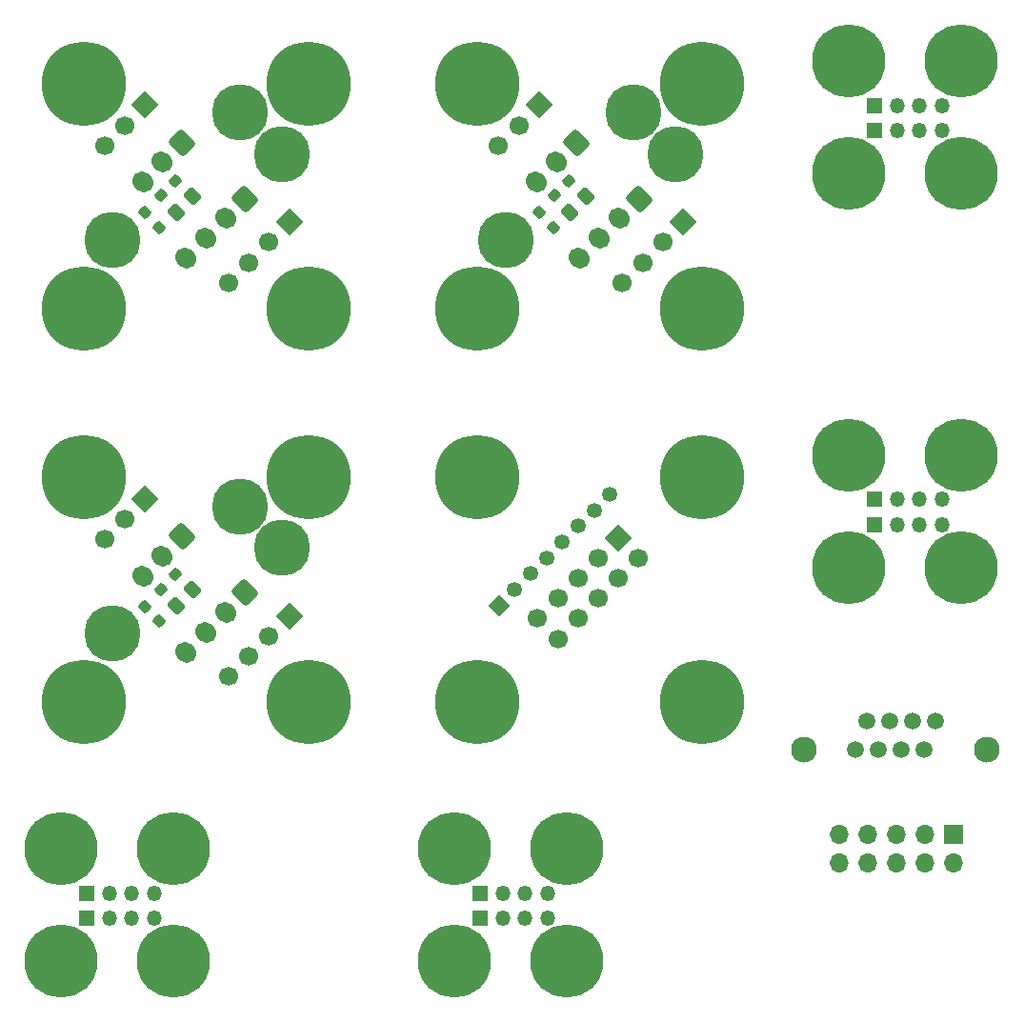
<source format=gbr>
%TF.GenerationSoftware,KiCad,Pcbnew,9.0.0*%
%TF.CreationDate,2025-06-25T09:26:05+09:00*%
%TF.ProjectId,pcb_connectors,7063625f-636f-46e6-9e65-63746f72732e,rev?*%
%TF.SameCoordinates,Original*%
%TF.FileFunction,Soldermask,Top*%
%TF.FilePolarity,Negative*%
%FSLAX46Y46*%
G04 Gerber Fmt 4.6, Leading zero omitted, Abs format (unit mm)*
G04 Created by KiCad (PCBNEW 9.0.0) date 2025-06-25 09:26:05*
%MOMM*%
%LPD*%
G01*
G04 APERTURE LIST*
G04 Aperture macros list*
%AMRoundRect*
0 Rectangle with rounded corners*
0 $1 Rounding radius*
0 $2 $3 $4 $5 $6 $7 $8 $9 X,Y pos of 4 corners*
0 Add a 4 corners polygon primitive as box body*
4,1,4,$2,$3,$4,$5,$6,$7,$8,$9,$2,$3,0*
0 Add four circle primitives for the rounded corners*
1,1,$1+$1,$2,$3*
1,1,$1+$1,$4,$5*
1,1,$1+$1,$6,$7*
1,1,$1+$1,$8,$9*
0 Add four rect primitives between the rounded corners*
20,1,$1+$1,$2,$3,$4,$5,0*
20,1,$1+$1,$4,$5,$6,$7,0*
20,1,$1+$1,$6,$7,$8,$9,0*
20,1,$1+$1,$8,$9,$2,$3,0*%
%AMHorizOval*
0 Thick line with rounded ends*
0 $1 width*
0 $2 $3 position (X,Y) of the first rounded end (center of the circle)*
0 $4 $5 position (X,Y) of the second rounded end (center of the circle)*
0 Add line between two ends*
20,1,$1,$2,$3,$4,$5,0*
0 Add two circle primitives to create the rounded ends*
1,1,$1,$2,$3*
1,1,$1,$4,$5*%
%AMRotRect*
0 Rectangle, with rotation*
0 The origin of the aperture is its center*
0 $1 length*
0 $2 width*
0 $3 Rotation angle, in degrees counterclockwise*
0 Add horizontal line*
21,1,$1,$2,0,0,$3*%
G04 Aperture macros list end*
%ADD10C,6.500000*%
%ADD11C,5.000000*%
%ADD12RoundRect,0.237500X-0.344715X0.008839X0.008839X-0.344715X0.344715X-0.008839X-0.008839X0.344715X0*%
%ADD13C,7.500000*%
%ADD14RoundRect,0.250000X-0.088388X0.548008X-0.548008X0.088388X0.088388X-0.548008X0.548008X-0.088388X0*%
%ADD15RoundRect,0.237500X0.008839X0.344715X-0.344715X-0.008839X-0.008839X-0.344715X0.344715X0.008839X0*%
%ADD16RotRect,1.700000X1.700000X315.000000*%
%ADD17HorizOval,1.700000X0.000000X0.000000X0.000000X0.000000X0*%
%ADD18R,1.350000X1.350000*%
%ADD19O,1.350000X1.350000*%
%ADD20RotRect,1.350000X1.350000X135.000000*%
%ADD21HorizOval,1.350000X0.000000X0.000000X0.000000X0.000000X0*%
%ADD22RoundRect,0.250000X-0.088388X0.936916X-0.936916X0.088388X0.088388X-0.936916X0.936916X-0.088388X0*%
%ADD23HorizOval,1.700000X-0.088388X0.088388X0.088388X-0.088388X0*%
%ADD24RotRect,1.700000X1.700000X135.000000*%
%ADD25HorizOval,1.700000X0.000000X0.000000X0.000000X0.000000X0*%
%ADD26R,1.700000X1.700000*%
%ADD27O,1.700000X1.700000*%
%ADD28C,1.500000*%
%ADD29C,2.300000*%
G04 APERTURE END LIST*
D10*
%TO.C,H3*%
X95784322Y-112309961D03*
%TD*%
D11*
%TO.C,BLDC6*%
X105385720Y-40597670D03*
%TD*%
D12*
%TO.C,R7*%
X128250000Y-45786066D03*
X129540470Y-47076536D03*
%TD*%
D10*
%TO.C,H1*%
X120750000Y-102310000D03*
%TD*%
D13*
%TO.C,H13*%
X87784333Y-69309992D03*
%TD*%
D14*
%TO.C,SERVO_OK_OUTER3*%
X132448446Y-44292304D03*
X130998878Y-45741872D03*
%TD*%
D13*
%TO.C,H2*%
X122784324Y-89309946D03*
%TD*%
%TO.C,H10*%
X122784333Y-54309970D03*
%TD*%
D15*
%TO.C,R8*%
X95954683Y-77957639D03*
X94664213Y-79248109D03*
%TD*%
D11*
%TO.C,BLDC5*%
X101673409Y-36885360D03*
%TD*%
D16*
%TO.C,RGBLED6*%
X141075615Y-46625290D03*
D17*
X139279564Y-48421341D03*
X137483513Y-50217392D03*
X135687461Y-52013444D03*
%TD*%
D10*
%TO.C,H3*%
X130750000Y-112310000D03*
%TD*%
D13*
%TO.C,H14*%
X87784333Y-89309970D03*
%TD*%
D12*
%TO.C,R9*%
X93250000Y-80786066D03*
X94540470Y-82076536D03*
%TD*%
D18*
%TO.C,J2*%
X88084322Y-106259961D03*
D19*
X90084322Y-106259961D03*
X92084322Y-106259961D03*
X94084322Y-106259961D03*
%TD*%
D10*
%TO.C,H1*%
X85784322Y-102309961D03*
%TD*%
D13*
%TO.C,H11*%
X142784311Y-54309970D03*
%TD*%
D18*
%TO.C,J2*%
X158084341Y-36260000D03*
D19*
X160084341Y-36260000D03*
X162084341Y-36260000D03*
X164084341Y-36260000D03*
%TD*%
D16*
%TO.C,SERVO6*%
X128271866Y-36223192D03*
D17*
X126475815Y-38019243D03*
X124679764Y-39815294D03*
%TD*%
D16*
%TO.C,SERVO8*%
X93271866Y-71223192D03*
D17*
X91475815Y-73019243D03*
X89679764Y-74815294D03*
%TD*%
D12*
%TO.C,R5*%
X93250000Y-45786066D03*
X94540470Y-47076536D03*
%TD*%
D18*
%TO.C,J2*%
X123050000Y-106260000D03*
D19*
X125050000Y-106260000D03*
X127050000Y-106260000D03*
X129050000Y-106260000D03*
%TD*%
D13*
%TO.C,H1*%
X122784324Y-69309940D03*
%TD*%
D10*
%TO.C,H2*%
X85784322Y-112309961D03*
%TD*%
D11*
%TO.C,BLDC4*%
X90359701Y-48199068D03*
%TD*%
%TO.C,BLDC10*%
X90359701Y-83199068D03*
%TD*%
%TO.C,BLDC12*%
X105385720Y-75597670D03*
%TD*%
D13*
%TO.C,H4*%
X142784330Y-69309940D03*
%TD*%
D15*
%TO.C,R6*%
X130954683Y-42957639D03*
X129664213Y-44248109D03*
%TD*%
D10*
%TO.C,H1*%
X155784341Y-32310000D03*
%TD*%
D11*
%TO.C,BLDC9*%
X140385720Y-40597670D03*
%TD*%
D14*
%TO.C,SERVO_OK_OUTER4*%
X97448446Y-79292304D03*
X95998878Y-80741872D03*
%TD*%
D16*
%TO.C,SERVO4*%
X93271866Y-36223192D03*
D17*
X91475815Y-38019243D03*
X89679764Y-39815294D03*
%TD*%
D13*
%TO.C,H3*%
X142784330Y-89309946D03*
%TD*%
D14*
%TO.C,SERVO_OK_OUTER2*%
X97448446Y-44292304D03*
X95998878Y-45741872D03*
%TD*%
D15*
%TO.C,R3*%
X95954683Y-42957639D03*
X94664213Y-44248109D03*
%TD*%
D16*
%TO.C,RGBLED8*%
X106075615Y-81625290D03*
D17*
X104279564Y-83421341D03*
X102483513Y-85217392D03*
X100687461Y-87013444D03*
%TD*%
D10*
%TO.C,H2*%
X155784341Y-42310000D03*
%TD*%
%TO.C,H4*%
X95784322Y-102309961D03*
%TD*%
D13*
%TO.C,H5*%
X87784333Y-34309992D03*
%TD*%
%TO.C,H8*%
X107784311Y-34309992D03*
%TD*%
D11*
%TO.C,BLDC8*%
X136673409Y-36885360D03*
%TD*%
D13*
%TO.C,H7*%
X107784311Y-54309970D03*
%TD*%
D11*
%TO.C,BLDC11*%
X101673409Y-71885360D03*
%TD*%
D13*
%TO.C,H15*%
X107784311Y-89309970D03*
%TD*%
%TO.C,H12*%
X142784311Y-34309992D03*
%TD*%
%TO.C,H6*%
X87784333Y-54309970D03*
%TD*%
D10*
%TO.C,H3*%
X165784341Y-42310000D03*
%TD*%
D20*
%TO.C,J1*%
X124695491Y-80710480D03*
D21*
X126109705Y-79296266D03*
X127523918Y-77882053D03*
X128938132Y-76467839D03*
X130352345Y-75053626D03*
X131766559Y-73639412D03*
X133180772Y-72225199D03*
X134594986Y-70810985D03*
%TD*%
D10*
%TO.C,H4*%
X165784341Y-32310000D03*
%TD*%
D13*
%TO.C,H9*%
X122784333Y-34309992D03*
%TD*%
D11*
%TO.C,BLDC7*%
X125359701Y-48199068D03*
%TD*%
D16*
%TO.C,RGBLED4*%
X106075615Y-46625290D03*
D17*
X104279564Y-48421341D03*
X102483513Y-50217392D03*
X100687461Y-52013444D03*
%TD*%
D13*
%TO.C,H16*%
X107784311Y-69309992D03*
%TD*%
D10*
%TO.C,H2*%
X120750000Y-112310000D03*
%TD*%
%TO.C,H4*%
X130750000Y-102310000D03*
%TD*%
D22*
%TO.C,RGBLED3*%
X102158243Y-44532254D03*
D23*
X100390476Y-46300021D03*
X98622709Y-48067788D03*
X96854942Y-49835555D03*
%TD*%
D18*
%TO.C,J1*%
X158084341Y-38510000D03*
D19*
X160084341Y-38510000D03*
X162084341Y-38510000D03*
X164084341Y-38510000D03*
%TD*%
D22*
%TO.C,SERVO3*%
X96564653Y-39537010D03*
D23*
X94796886Y-41304777D03*
X93029119Y-43072544D03*
%TD*%
D22*
%TO.C,RGBLED7*%
X102158243Y-79532254D03*
D23*
X100390476Y-81300021D03*
X98622709Y-83067788D03*
X96854942Y-84835555D03*
%TD*%
D22*
%TO.C,SERVO5*%
X131564653Y-39537010D03*
D23*
X129796886Y-41304777D03*
X128029119Y-43072544D03*
%TD*%
D22*
%TO.C,RGBLED5*%
X137158243Y-44532254D03*
D23*
X135390476Y-46300021D03*
X133622709Y-48067788D03*
X131854942Y-49835555D03*
%TD*%
D24*
%TO.C,J2*%
X135330377Y-74671788D03*
D25*
X137126428Y-76467839D03*
X133534326Y-76467839D03*
X135330377Y-78263890D03*
X131738275Y-78263890D03*
X133534326Y-80059942D03*
X129942223Y-80059942D03*
X131738275Y-81855993D03*
X128146172Y-81855993D03*
X129942223Y-83652044D03*
%TD*%
D18*
%TO.C,J1*%
X123050000Y-108510000D03*
D19*
X125050000Y-108510000D03*
X127050000Y-108510000D03*
X129050000Y-108510000D03*
%TD*%
D18*
%TO.C,J1*%
X88084322Y-108509961D03*
D19*
X90084322Y-108509961D03*
X92084322Y-108509961D03*
X94084322Y-108509961D03*
%TD*%
D22*
%TO.C,SERVO7*%
X96564653Y-74537010D03*
D23*
X94796886Y-76304777D03*
X93029119Y-78072544D03*
%TD*%
D10*
%TO.C,H1*%
X155784325Y-67309950D03*
%TD*%
%TO.C,H3*%
X165784325Y-77309950D03*
%TD*%
%TO.C,H2*%
X155784325Y-77309950D03*
%TD*%
%TO.C,H4*%
X165784325Y-67309950D03*
%TD*%
D18*
%TO.C,J2*%
X158084325Y-71259950D03*
D19*
X160084325Y-71259950D03*
X162084325Y-71259950D03*
X164084325Y-71259950D03*
%TD*%
D18*
%TO.C,J1*%
X158084325Y-73509950D03*
D19*
X160084325Y-73509950D03*
X162084325Y-73509950D03*
X164084325Y-73509950D03*
%TD*%
D26*
%TO.C,J2*%
X165114325Y-101019950D03*
D27*
X165114325Y-103559950D03*
X162574325Y-101019950D03*
X162574325Y-103559950D03*
X160034325Y-101019950D03*
X160034325Y-103559950D03*
X157494325Y-101019950D03*
X157494325Y-103559950D03*
X154954325Y-101019950D03*
X154954325Y-103559950D03*
%TD*%
D28*
%TO.C,J1*%
X156384325Y-93499950D03*
X157404325Y-90959950D03*
X158424325Y-93499950D03*
X159444325Y-90959950D03*
X160464325Y-93499950D03*
X161484325Y-90959950D03*
X162504325Y-93499950D03*
X163524325Y-90959950D03*
D29*
X168074325Y-93499950D03*
X151834325Y-93499950D03*
%TD*%
M02*

</source>
